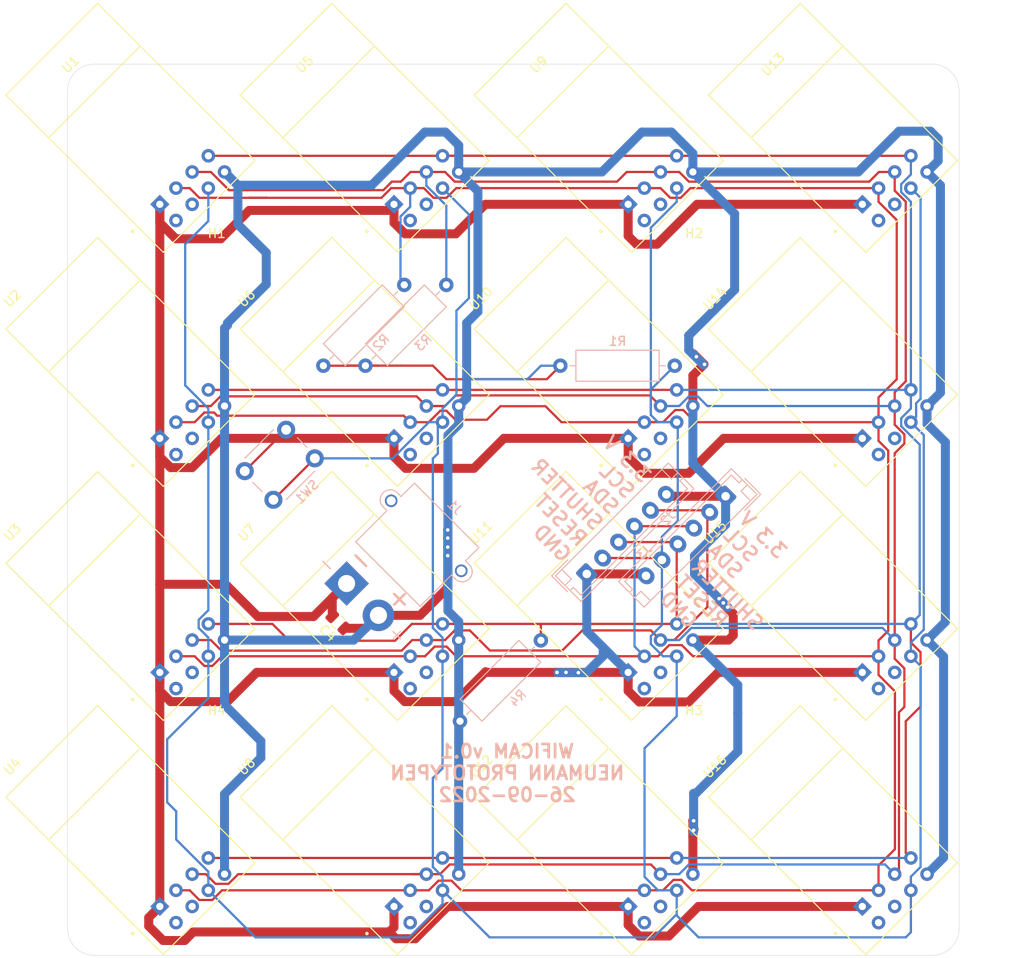
<source format=kicad_pcb>
(kicad_pcb (version 20211014) (generator pcbnew)
  (layers (0 "F.Cu" signal) (31 "B.Cu" signal) (34 "B.Paste" user) (35 "F.Paste" user) (36 "B.SilkS" user "B.Silkscreen") (37 "F.SilkS" user "F.Silkscreen") (38 "B.Mask" user) (39 "F.Mask" user) (44 "Edge.Cuts" user))
  (net 0 "")
  (net 1 "+3V3")
  (net 2 "GND")
  (net 3 "rst")
  (net 4 "sda")
  (net 5 "scl")
  (net 6 "shutter")
  (footprint "KiCad:XCVR_ESP8266-01_ESP-01" (layer "F.Cu") (at 43 106 45)
    (fp_text reference "U3")
    (fp_text value "ESP8266-01_ESP-01")
  )
  (footprint "KiCad:XCVR_ESP8266-01_ESP-01" (layer "F.Cu") (at 121 80 45)
    (fp_text reference "U14")
    (fp_text value "ESP8266-01_ESP-01")
  )
  (footprint "KiCad:XCVR_ESP8266-01_ESP-01" (layer "F.Cu") (at 95 132 45)
    (fp_text reference "U12")
    (fp_text value "ESP8266-01_ESP-01")
  )
  (footprint "KiCad:XCVR_ESP8266-01_ESP-01" (layer "F.Cu") (at 95 80 45)
    (fp_text reference "U10")
    (fp_text value "ESP8266-01_ESP-01")
  )
  (footprint "KiCad:XCVR_ESP8266-01_ESP-01" (layer "F.Cu") (at 121 132 45)
    (fp_text reference "U16")
    (fp_text value "ESP8266-01_ESP-01")
  )
  (footprint "MountingHole:MountingHole_3.2mm_M3" (layer "F.Cu") (at 105.5 70)
    (fp_text reference "H2")
    (fp_text value "MountingHole")
  )
  (footprint "KiCad:XCVR_ESP8266-01_ESP-01" (layer "F.Cu") (at 121 54 45)
    (fp_text reference "U13")
    (fp_text value "ESP8266-01_ESP-01")
  )
  (footprint "KiCad:XCVR_ESP8266-01_ESP-01" (layer "F.Cu") (at 121 106 45)
    (fp_text reference "U15")
    (fp_text value "ESP8266-01_ESP-01")
  )
  (footprint "KiCad:XCVR_ESP8266-01_ESP-01" (layer "F.Cu") (at 43 132 45)
    (fp_text reference "U4")
    (fp_text value "ESP8266-01_ESP-01")
  )
  (footprint "KiCad:XCVR_ESP8266-01_ESP-01" (layer "F.Cu") (at 69 106 45)
    (fp_text reference "U7")
    (fp_text value "ESP8266-01_ESP-01")
  )
  (footprint "MountingHole:MountingHole_3.2mm_M3" (layer "F.Cu") (at 52.5 123)
    (fp_text reference "H4")
    (fp_text value "MountingHole")
  )
  (footprint "KiCad:XCVR_ESP8266-01_ESP-01" (layer "F.Cu") (at 69 80 45)
    (fp_text reference "U6")
    (fp_text value "ESP8266-01_ESP-01")
  )
  (footprint "Capacitor_SMD:C_0805_2012Metric" (layer "F.Cu") (at 66 109 135)
    (fp_text reference "C4")
    (fp_text value "100nF")
  )
  (footprint "KiCad:XCVR_ESP8266-01_ESP-01" (layer "F.Cu") (at 69 54 45)
    (fp_text reference "U5")
    (fp_text value "ESP8266-01_ESP-01")
  )
  (footprint "KiCad:XCVR_ESP8266-01_ESP-01" (layer "F.Cu") (at 43 80 45)
    (fp_text reference "U2")
    (fp_text value "ESP8266-01_ESP-01")
  )
  (footprint "MountingHole:MountingHole_3.2mm_M3" (layer "F.Cu") (at 52.5 70)
    (fp_text reference "H1")
    (fp_text value "MountingHole")
  )
  (footprint "KiCad:XCVR_ESP8266-01_ESP-01" (layer "F.Cu") (at 95 106 45)
    (fp_text reference "U11")
    (fp_text value "ESP8266-01_ESP-01")
  )
  (footprint "KiCad:XCVR_ESP8266-01_ESP-01" (layer "F.Cu") (at 43 54 45)
    (fp_text reference "U1")
    (fp_text value "ESP8266-01_ESP-01")
  )
  (footprint "KiCad:XCVR_ESP8266-01_ESP-01" (layer "F.Cu") (at 95 54 45)
    (fp_text reference "U9")
    (fp_text value "ESP8266-01_ESP-01")
  )
  (footprint "KiCad:XCVR_ESP8266-01_ESP-01" (layer "F.Cu") (at 69 132 45)
    (fp_text reference "U8")
    (fp_text value "ESP8266-01_ESP-01")
  )
  (footprint "MountingHole:MountingHole_3.2mm_M3" (layer "F.Cu") (at 105.5 123)
    (fp_text reference "H3")
    (fp_text value "MountingHole")
  )
  (footprint "Connector_AMASS:AMASS_XT30PW-M_1x02_P2.50mm_Horizontal" (layer "B.Cu") (at 66.919402 104.695064 135)
    (fp_text reference "J1")
    (fp_text value "Conn_01x02_Male")
  )
  (footprint "Button_Switch_THT:SW_PUSH_6mm" (layer "B.Cu") (at 58.792894 95.389088 45)
    (fp_text reference "SW1")
    (fp_text value "SW_Push")
  )
  (footprint "Resistor_THT:R_Axial_DIN0309_L9.0mm_D3.2mm_P12.70mm_Horizontal" (layer "B.Cu") (at 69.009872 80.5 45)
    (fp_text reference "R3")
    (fp_text value "4k7")
  )
  (footprint "Connector_JST:JST_EH_B6B-EH-A_1x06_P2.50mm_Vertical" (layer "B.Cu") (at 93.58543 103.631549 45)
    (fp_text reference "J3")
    (fp_text value "Conn_01x06_Male")
  )
  (footprint "Resistor_THT:R_Axial_DIN0309_L9.0mm_D3.2mm_P12.70mm_Horizontal" (layer "B.Cu") (at 79.509872 119.990128 45)
    (fp_text reference "R4")
    (fp_text value "4k7")
  )
  (footprint "Resistor_THT:R_Axial_DIN0309_L9.0mm_D3.2mm_P12.70mm_Horizontal" (layer "B.Cu") (at 103.35 80.5 180)
    (fp_text reference "R1")
    (fp_text value "1k")
  )
  (footprint "Connector_JST:JST_EH_B6B-EH-A_1x06_P2.50mm_Vertical" (layer "B.Cu") (at 109 95 -135)
    (fp_text reference "J2")
    (fp_text value "Conn_01x06_Male")
  )
  (footprint "Resistor_THT:R_Axial_DIN0309_L9.0mm_D3.2mm_P12.70mm_Horizontal" (layer "B.Cu") (at 64.340128 80.5 45)
    (fp_text reference "R2")
    (fp_text value "4k7")
  )
  (gr_line (start 131.927067 146.000002) (end 38.927065 146.000002) (layer "Edge.Cuts") (width 0.05))
  (gr_line (start 134.927066 50.000001) (end 134.927067 143.000002) (layer "Edge.Cuts") (width 0.05))
  (gr_line (start 35.927065 143.000002) (end 35.927065 50) (layer "Edge.Cuts") (width 0.05))
  (gr_arc (start 134.927067 143.000002) (mid 134.048387 145.121322) (end 131.927067 146.000002) (layer "Edge.Cuts") (width 0.05))
  (gr_line (start 38.927065 47) (end 131.927066 47.000001) (layer "Edge.Cuts") (width 0.05))
  (gr_arc (start 35.927065 50) (mid 36.805745 47.87868) (end 38.927065 47) (layer "Edge.Cuts") (width 0.05))
  (gr_arc (start 131.927066 47.000001) (mid 134.048386 47.878681) (end 134.927066 50.000001) (layer "Edge.Cuts") (width 0.05))
  (gr_arc (start 38.927065 146.000002) (mid 36.805745 145.121322) (end 35.927065 143.000002) (layer "Edge.Cuts") (width 0.05))
  (gr_text "WIFICAM v0.1\nNEUMANN PROTOTYPEN\n26-09-2022\n" (at 84.75 125.75) (layer "B.SilkS") (effects (font (size 1.5 1.5) (thickness 0.3)) (justify mirror)))
  (gr_text "3.3 V\nSCL\nSDA\nSHUTTER\nRESET\nGND" (at 106.4 101.4 315) (layer "B.SilkS") (effects (font (size 1.55 1.55) (thickness 0.275)) (justify right mirror)))
  (gr_text "3.3 V\nSCL\nSDA\nSHUTTER\nRESET\nGND" (at 95.95 97.6 315) (layer "B.SilkS") (effects (font (size 1.55 1.55) (thickness 0.275)) (justify left mirror)))
  (gr_text "+  -" (at 67.519402 100.945064 315) (layer "B.SilkS") (effects (font (size 2.2 2.2) (thickness 0.275)) (justify right mirror)))
  (segment (start 105.75 79.5) (end 105.45 79.2) (width 1) (layer "F.Cu") (net 1))
  (segment (start 105.366185 132.866185) (end 105.366185 131.066185) (width 1) (layer "F.Cu") (net 1))
  (segment (start 89.15 82) (end 78 82) (width 0.25) (layer "F.Cu") (net 1))
  (segment (start 78.15 105.15) (end 78.15 101.6) (width 1) (layer "F.Cu") (net 1))
  (segment (start 108.792714 94.792714) (end 109 95) (width 0.25) (layer "F.Cu") (net 1))
  (segment (start 78.15 99.65) (end 78.15 98.75) (width 1) (layer "F.Cu") (net 1))
  (segment (start 78.15 100.65) (end 78.15 99.65) (width 1) (layer "F.Cu") (net 1))
  (segment (start 78.15 98.75) (end 78.15 98.65) (width 1) (layer "F.Cu") (net 1))
  (segment (start 69.013783 109.671751) (end 70.454936 108.230598) (width 1) (layer "F.Cu") (net 1))
  (segment (start 105.366185 81.583815) (end 106.6 80.35) (width 1) (layer "F.Cu") (net 1))
  (segment (start 109.85 108.05) (end 108.3 106.5) (width 1) (layer "F.Cu") (net 1))
  (segment (start 109.321968 110.978032) (end 109.85 110.45) (width 1) (layer "F.Cu") (net 1))
  (segment (start 109.85 110.45) (end 109.85 108.05) (width 1) (layer "F.Cu") (net 1))
  (segment (start 105.45 79.2) (end 105.4 79.2) (width 1) (layer "F.Cu") (net 1))
  (segment (start 90.65 80.5) (end 89.15 82) (width 0.25) (layer "F.Cu") (net 1))
  (segment (start 105.366185 132.866185) (end 105.366185 132.133815) (width 1) (layer "F.Cu") (net 1))
  (segment (start 105.366185 136.978032) (end 105.366185 132.866185) (width 1) (layer "F.Cu") (net 1))
  (segment (start 78 82) (end 76.490128 80.490128) (width 0.25) (layer "F.Cu") (net 1))
  (segment (start 105.366185 132.133815) (end 105.5 132) (width 1) (layer "F.Cu") (net 1))
  (segment (start 78.15 101.6) (end 78.15 100.65) (width 1) (layer "F.Cu") (net 1))
  (segment (start 106.55 80.3) (end 106.15 79.9) (width 1) (layer "F.Cu") (net 1))
  (segment (start 66.671751 109.671751) (end 69.013783 109.671751) (width 1) (layer "F.Cu") (net 1))
  (segment (start 70.454936 108.230598) (end 75.069402 108.230598) (width 1) (layer "F.Cu") (net 1))
  (segment (start 105.366185 110.978032) (end 109.321968 110.978032) (width 1) (layer "F.Cu") (net 1))
  (segment (start 106.6 80.35) (end 106.55 80.3) (width 1) (layer "F.Cu") (net 1))
  (segment (start 75.069402 108.230598) (end 78.15 105.15) (width 1) (layer "F.Cu") (net 1))
  (segment (start 105.366185 131.066185) (end 105.35 131.05) (width 1) (layer "F.Cu") (net 1))
  (segment (start 76.490128 80.490128) (end 73.009872 80.490128) (width 0.25) (layer "F.Cu") (net 1))
  (segment (start 109 95) (end 102.631551 95) (width 1) (layer "F.Cu") (net 1))
  (segment (start 105.366185 84.978032) (end 105.366185 81.583815) (width 1) (layer "F.Cu") (net 1))
  (segment (start 66.85 80.490128) (end 73.009872 80.490128) (width 0.25) (layer "F.Cu") (net 1))
  (segment (start 102.631551 95) (end 102.424265 94.792714) (width 1) (layer "F.Cu") (net 1))
  (segment (start 106.15 79.9) (end 105.75 79.5) (width 1) (layer "F.Cu") (net 1))
  (segment (start 64.340128 80.5) (end 70.5 80.5) (width 0.25) (layer "F.Cu") (net 1))
  (via (at 109.225 107.325) (size 0.8) (drill 0.4) (layers "F.Cu" "B.Cu") (net 1))
  (via (at 105.75 79.5) (size 0.8) (drill 0.4) (layers "F.Cu" "B.Cu") (net 1))
  (via (at 108.75 106.85) (size 0.8) (drill 0.4) (layers "F.Cu" "B.Cu") (net 1))
  (via (at 78.15 98.75) (size 0.8) (drill 0.4) (layers "F.Cu" "B.Cu") (net 1))
  (via (at 108.275 106.375) (size 0.8) (drill 0.4) (layers "F.Cu" "B.Cu") (net 1))
  (via (at 106.65 80.35) (size 0.8) (drill 0.4) (layers "F.Cu" "B.Cu") (net 1))
  (via (at 105.45 132.1) (size 0.8) (drill 0.4) (layers "F.Cu" "B.Cu") (net 1))
  (via (at 78.15 99.65) (size 0.8) (drill 0.4) (layers "F.Cu" "B.Cu") (net 1))
  (via (at 105.45 131.05) (size 0.8) (drill 0.4) (layers "F.Cu" "B.Cu") (net 1))
  (via (at 78.15 101.6) (size 0.8) (drill 0.4) (layers "F.Cu" "B.Cu") (net 1))
  (via (at 78.15 100.65) (size 0.8) (drill 0.4) (layers "F.Cu" "B.Cu") (net 1))
  (segment (start 105.366185 91.366185) (end 109 95) (width 1) (layer "B.Cu") (net 1))
  (segment (start 53.7 75.75) (end 53.7 76) (width 1) (layer "B.Cu") (net 1))
  (segment (start 53.366185 58.978032) (end 54.85 60.461847) (width 1) (layer "B.Cu") (net 1))
  (segment (start 53.366185 118.166185) (end 53.366185 110.978032) (width 1) (layer "B.Cu") (net 1))
  (segment (start 133.2 112.811847) (end 133.2 135.144217) (width 1) (layer "B.Cu") (net 1))
  (segment (start 79.366185 56.016185) (end 77.9 54.55) (width 1) (layer "B.Cu") (net 1))
  (segment (start 131.366185 84.978032) (end 131.366185 86.966185) (width 1) (layer "B.Cu") (net 1))
  (segment (start 105.366185 56.928113) (end 102.988072 54.55) (width 1) (layer "B.Cu") (net 1))
  (segment (start 105.45 132.1) (end 105.45 132.25) (width 1) (layer "B.Cu") (net 1))
  (segment (start 105.366185 58.978032) (end 123.721968 58.978032) (width 1) (layer "B.Cu") (net 1))
  (segment (start 105.7 128) (end 105.45 128) (width 1) (layer "B.Cu") (net 1))
  (segment (start 57.4 124.05) (end 57.4 122.2) (width 1) (layer "B.Cu") (net 1))
  (segment (start 75.6 54.55) (end 69.700489 60.449511) (width 1) (layer "B.Cu") (net 1))
  (segment (start 108.275 106.375) (end 108.75 106.85) (width 1) (layer "B.Cu") (net 1))
  (segment (start 79.366185 110.978032) (end 79.366185 122.366185) (width 1) (layer "B.Cu") (net 1))
  (segment (start 133.2 135.144217) (end 131.366185 136.978032) (width 1) (layer "B.Cu") (net 1))
  (segment (start 53.7 76) (end 53.366185 76.333815) (width 1) (layer "B.Cu") (net 1))
  (segment (start 80.5 82) (end 80.25 81.75) (width 0.25) (layer "B.Cu") (net 1))
  (segment (start 110.35 123.35) (end 109.3 124.4) (width 1) (layer "B.Cu") (net 1))
  (segment (start 79.366185 84.978032) (end 80.25 84.094217) (width 1) (layer "B.Cu") (net 1))
  (segment (start 79.366185 58.978032) (end 81.5 61.111847) (width 1) (layer "B.Cu") (net 1))
  (segment (start 108.75 106.85) (end 109.225 107.325) (width 1) (layer "B.Cu") (net 1))
  (segment (start 133.4 108.944217) (end 131.366185 110.978032) (width 1) (layer "B.Cu") (net 1))
  (segment (start 54.837664 60.449511) (end 53.366185 58.978032) (width 1) (layer "B.Cu") (net 1))
  (segment (start 58 67.95) (end 58 71.45) (width 1) (layer "B.Cu") (net 1))
  (segment (start 105.45 131.05) (end 105.45 131.75) (width 1) (layer "B.Cu") (net 1))
  (segment (start 78.170542 107.73247) (end 78.170542 88.223594) (width 1) (layer "B.Cu") (net 1))
  (segment (start 80.25 84.094217) (end 80.25 81.75) (width 1) (layer "B.Cu") (net 1))
  (segment (start 104.9 78.75) (end 105.275 79.125) (width 1) (layer "B.Cu") (net 1))
  (segment (start 78.170542 88.223594) (end 79.366185 87.027951) (width 1) (layer "B.Cu") (net 1))
  (segment (start 105.45 131.75) (end 105.45 132.1) (width 1) (layer "B.Cu") (net 1))
  (segment (start 109.225 107.325) (end 109.25 107.35) (width 1) (layer "B.Cu") (net 1))
  (segment (start 81.5 61.111847) (end 81.5 74.5) (width 1) (layer "B.Cu") (net 1))
  (segment (start 53.366185 110.978032) (end 67.707502 110.978032) (width 1) (layer "B.Cu") (net 1))
  (segment (start 132.6 57.744217) (end 131.366185 58.978032) (width 1) (layer "B.Cu") (net 1))
  (segment (start 109 98.15) (end 105.55 101.6) (width 1) (layer "B.Cu") (net 1))
  (segment (start 79.366185 58.978032) (end 79.366185 56.016185) (width 1) (layer "B.Cu") (net 1))
  (segment (start 87 82) (end 80.5 82) (width 0.25) (layer "B.Cu") (net 1))
  (segment (start 53.366185 136.978032) (end 53.366185 128.083815) (width 1) (layer "B.Cu") (net 1))
  (segment (start 105.55 103.65) (end 108.275 106.375) (width 1) (layer "B.Cu") (net 1))
  (segment (start 123.721968 58.978032) (end 128.25 54.45) (width 1) (layer "B.Cu") (net 1))
  (segment (start 54.85 64.8) (end 58 67.95) (width 1) (layer "B.Cu") (net 1))
  (segment (start 128.25 54.45) (end 131.75 54.45) (width 1) (layer "B.Cu") (net 1))
  (segment (start 105.366185 58.978032) (end 105.366185 56.928113) (width 1) (layer "B.Cu") (net 1))
  (segment (start 132.85 83.494217) (end 131.366185 84.978032) (width 1) (layer "B.Cu") (net 1))
  (segment (start 79.366185 87.027951) (end 79.366185 84.978032) (width 1) (layer "B.Cu") (net 1))
  (segment (start 105.366185 110.978032) (end 110.35 115.961847) (width 1) (layer "B.Cu") (net 1))
  (segment (start 131.366185 110.978032) (end 133.2 112.811847) (width 1) (layer "B.Cu") (net 1))
  (segment (start 79.366185 122.366185) (end 79.366185 136.978032) (width 1) (layer "B.Cu") (net 1))
  (segment (start 57.4 122.2) (end 53.366185 118.166185) (width 1) (layer "B.Cu") (net 1))
  (segment (start 81.5 74.5) (end 80.25 75.75) (width 1) (layer "B.Cu") (net 1))
  (segment (start 53.366185 128.083815) (end 57.4 124.05) (width 1) (layer "B.Cu") (net 1))
  (segment (start 105.45 128) (end 105.45 131.05) (width 1) (layer "B.Cu") (net 1))
  (segment (start 110 72.05) (end 104.9 77.15) (width 1) (layer "B.Cu") (net 1))
  (segment (start 53.366185 76.333815) (end 53.366185 84.978032) (width 1) (layer "B.Cu") (net 1))
  (segment (start 105.55 101.6) (end 105.55 103.65) (width 1) (layer "B.Cu") (net 1))
  (segment (start 105.366185 58.978032) (end 110 63.611847) (width 1) (layer "B.Cu") (net 1))
  (segment (start 110.35 115.961847) (end 110.35 119.05) (width 1) (layer "B.Cu") (net 1))
  (segment (start 105.275 79.125) (end 106.55 80.4) (width 1) (layer "B.Cu") (net 1))
  (segment (start 110.35 119.05) (end 110.35 123.35) (width 1) (layer "B.Cu") (net 1))
  (segment (start 110 63.611847) (end 110 72.05) (width 1) (layer "B.Cu") (net 1))
  (segment (start 79.366185 108.928113) (end 78.170542 107.73247) (width 1) (layer "B.Cu") (net 1))
  (segment (start 54.85 60.461847) (end 54.85 64.8) (width 1) (layer "B.Cu") (net 1))
  (segment (start 95.271968 58.978032) (end 99.7 54.55) (width 1) (layer "B.Cu") (net 1))
  (segment (start 88.5 80.5) (end 87 82) (width 0.25) (layer "B.Cu") (net 1))
  (segment (start 79.366185 110.978032) (end 79.366185 108.928113) (width 1) (layer "B.Cu") (net 1))
  (segment (start 80.25 75.75) (end 80.25 81.75) (width 1) (layer "B.Cu") (net 1))
  (segment (start 90.65 80.5) (end 88.5 80.5) (width 0.25) (layer "B.Cu") (net 1))
  (segment (start 109 95) (end 109 98.15) (width 1) (layer "B.Cu") (net 1))
  (segment (start 104.9 77.15) (end 104.9 78.75) (width 1) (layer "B.Cu") (net 1))
  (segment (start 67.707502 110.978032) (end 70.454936 108.230598) (width 1) (layer "B.Cu") (net 1))
  (segment (start 132.6 55.3) (end 132.6 57.744217) (width 1) (layer "B.Cu") (net 1))
  (segment (start 102.988072 54.55) (end 99.7 54.55) (width 1) (layer "B.Cu") (net 1))
  (segment (start 69.700489 60.449511) (end 54.837664 60.449511) (width 1) (layer "B.Cu") (net 1))
  (segment (start 132.85 60.461847) (end 132.85 83.494217) (width 1) (layer "B.Cu") (net 1))
  (segment (start 79.366185 58.978032) (end 95.271968 58.978032) (width 1) (layer "B.Cu") (net 1))
  (segment (start 79.509872 119.990128) (end 79.509872 122.222498) (width 0.25) (layer "B.Cu") (net 1))
  (segment (start 53.366185 84.978032) (end 53.366185 110.978032) (width 1) (layer "B.Cu") (net 1))
  (segment (start 77.9 54.55) (end 75.6 54.55) (width 1) (layer "B.Cu") (net 1))
  (segment (start 131.366185 58.978032) (end 132.85 60.461847) (width 1) (layer "B.Cu") (net 1))
  (segment (start 79.509872 122.222498) (end 79.366185 122.366185) (width 0.25) (layer "B.Cu") (net 1))
  (segment (start 109.3 124.4) (end 105.7 128) (width 1) (layer "B.Cu") (net 1))
  (segment (start 58 71.45) (end 53.7 75.75) (width 1) (layer "B.Cu") (net 1))
  (segment (start 105.366185 84.978032) (end 105.366185 91.366185) (width 1) (layer "B.Cu") (net 1))
  (segment (start 131.75 54.45) (end 132.6 55.3) (width 1) (layer "B.Cu") (net 1))
  (segment (start 133.4 89) (end 133.4 108.944217) (width 1) (layer "B.Cu") (net 1))
  (segment (start 131.366185 86.966185) (end 133.4 89) (width 1) (layer "B.Cu") (net 1))
  (segment (start 73.377624 117.815696) (end 79.034304 117.815696) (width 1) (layer "F.Cu") (net 2))
  (segment (start 72.181981 88.570134) (end 72.181981 90.620053) (width 1) (layer "F.Cu") (net 2))
  (segment (start 98.181981 114.570134) (end 98.181981 116.620053) (width 1) (layer "F.Cu") (net 2))
  (segment (start 66.919402 104.695064) (end 63.257005 108.357461) (width 1) (layer "F.Cu") (net 2))
  (segment (start 56.1 63.25) (end 60.75 63.25) (width 1) (layer "F.Cu") (net 2))
  (segment (start 124.181981 62.570134) (end 105.829866 62.570134) (width 1) (layer "F.Cu") (net 2))
  (segment (start 49.9 143.4) (end 48.95 144.35) (width 1) (layer "F.Cu") (net 2))
  (segment (start 48.95 144.35) (end 46.55 144.35) (width 1) (layer "F.Cu") (net 2))
  (segment (start 82.35 114.5) (end 82.420134 114.570134) (width 1) (layer "F.Cu") (net 2))
  (segment (start 78.129866 140.570134) (end 74.55 144.15) (width 1) (layer "F.Cu") (net 2))
  (segment (start 104.9 117.85) (end 108.179866 114.570134) (width 1) (layer "F.Cu") (net 2))
  (segment (start 65.328249 106.286217) (end 66.919402 104.695064) (width 1) (layer "F.Cu") (net 2))
  (segment (start 53.029866 88.570134) (end 58.929866 88.570134) (width 1) (layer "F.Cu") (net 2))
  (segment (start 98.181981 66.081981) (end 98.181981 62.570134) (width 1) (layer "F.Cu") (net 2))
  (segment (start 46.55 144.35) (end 44.95 142.75) (width 1) (layer "F.Cu") (net 2))
  (segment (start 74.55 144.15) (end 72.4 144.15) (width 1) (layer "F.Cu") (net 2))
  (segment (start 46.181981 114.570134) (end 46.181981 116.620053) (width 1) (layer "F.Cu") (net 2))
  (segment (start 67.25 63.25) (end 71.502115 63.25) (width 1) (layer "F.Cu") (net 2))
  (segment (start 63.257005 108.357461) (end 57.057461 108.357461) (width 1) (layer "F.Cu") (net 2))
  (segment (start 91.279866 114.570134) (end 91.829866 114.570134) (width 1) (layer "F.Cu") (net 2))
  (segment (start 82.420134 114.570134) (end 90.279866 114.570134) (width 1) (layer "F.Cu") (net 2))
  (segment (start 99.953879 103.631549) (end 100.161165 103.838835) (width 1) (layer "F.Cu") (net 2))
  (segment (start 72.181981 114.570134) (end 72.181981 116.620053) (width 1) (layer "F.Cu") (net 2))
  (segment (start 71.65 143.4) (end 49.9 143.4) (width 1) (layer "F.Cu") (net 2))
  (segment (start 98.181981 88.570134) (end 98.181981 90.631981) (width 1) (layer "F.Cu") (net 2))
  (segment (start 71.502115 63.25) (end 72.181981 62.570134) (width 1) (layer "F.Cu") (net 2))
  (segment (start 46.181981 64.620053) (end 47.961928 66.4) (width 1) (layer "F.Cu") (net 2))
  (segment (start 72.181981 64.620053) (end 73.411928 65.85) (width 1) (layer "F.Cu") (net 2))
  (segment (start 79.05 65.85) (end 82.329866 62.570134) (width 1) (layer "F.Cu") (net 2))
  (segment (start 98.181981 142.631981) (end 98.181981 140.570134) (width 1) (layer "F.Cu") (net 2))
  (segment (start 98.181981 140.570134) (end 78.129866 140.570134) (width 1) (layer "F.Cu") (net 2))
  (segment (start 46.181981 62.570134) (end 46.181981 64.620053) (width 1) (layer "F.Cu") (net 2))
  (segment (start 98.181981 116.620053) (end 99.411928 117.85) (width 1) (layer "F.Cu") (net 2))
  (segment (start 59.889087 87.610913) (end 58.929866 88.570134) (width 0.25) (layer "F.Cu") (net 2))
  (segment (start 84.379866 88.570134) (end 98.181981 88.570134) (width 1) (layer "F.Cu") (net 2))
  (segment (start 108.179866 114.570134) (end 124.181981 114.570134) (width 1) (layer "F.Cu") (net 2))
  (segment (start 81.05 91.9) (end 81.475 91.475) (width 1) (layer "F.Cu") (net 2))
  (segment (start 108.779866 88.570134) (end 124.181981 88.570134) (width 1) (layer "F.Cu") (net 2))
  (segment (start 57.057461 108.357461) (end 53.481981 104.781981) (width 1) (layer "F.Cu") (net 2))
  (segment (start 105.979866 140.570134) (end 102.7 143.85) (width 1) (layer "F.Cu") (net 2))
  (segment (start 44.95 141.802115) (end 46.181981 140.570134) (width 1) (layer "F.Cu") (net 2))
  (segment (start 71.65 143.4) (end 72.181981 142.868019) (width 1) (layer "F.Cu") (net 2))
  (segment (start 124.181981 140.570134) (end 105.979866 140.570134) (width 1) (layer "F.Cu") (net 2))
  (segment (start 90.279866 114.570134) (end 90.629866 114.570134) (width 1) (layer "F.Cu") (net 2))
  (segment (start 99.1 67) (end 98.181981 66.081981) (width 1) (layer "F.Cu") (net 2))
  (segment (start 102.7 143.85) (end 99.4 143.85) (width 1) (layer "F.Cu") (net 2))
  (segment (start 79.034304 117.815696) (end 82.35 114.5) (width 1) (layer "F.Cu") (net 2))
  (segment (start 46.181981 140.570134) (end 46.181981 114.570134) (width 1) (layer "F.Cu") (net 2))
  (segment (start 72.181981 116.620053) (end 73.377624 117.815696) (width 1) (layer "F.Cu") (net 2))
  (segment (start 72.181981 142.868019) (end 72.181981 140.570134) (width 1) (layer "F.Cu") (net 2))
  (segment (start 81.475 91.475) (end 84.379866 88.570134) (width 1) (layer "F.Cu") (net 2))
  (segment (start 101.4 67) (end 99.1 67) (width 1) (layer "F.Cu") (net 2))
  (segment (start 46.181981 114.570134) (end 46.181981 104.781981) (width 1) (layer "F.Cu") (net 2))
  (segment (start 91.829866 114.570134) (end 98.181981 114.570134) (width 1) (layer "F.Cu") (net 2))
  (segment (start 60.75 63.25) (end 67.25 63.25) (width 1) (layer "F.Cu") (net 2))
  (segment (start 82.329866 62.570134) (end 98.181981 62.570134) (width 1) (layer "F.Cu") (net 2))
  (segment (start 46.181981 90.620053) (end 47.377624 91.815696) (width 1) (layer "F.Cu") (net 2))
  (segment (start 73.411928 65.85) (end 79.05 65.85) (width 1) (layer "F.Cu") (net 2))
  (segment (start 72.181981 90.620053) (end 73.461928 91.9) (width 1) (layer "F.Cu") (net 2))
  (segment (start 73.461928 91.9) (end 81.05 91.9) (width 1) (layer "F.Cu") (net 2))
  (segment (start 56.929866 114.570134) (end 72.181981 114.570134) (width 1) (layer "F.Cu") (net 2))
  (segment (start 46.181981 116.620053) (end 47.377624 117.815696) (width 1) (layer "F.Cu") (net 2))
  (segment (start 72.181981 62.570134) (end 72.181981 64.620053) (width 1) (layer "F.Cu") (net 2))
  (segment (start 60.207108 87.610913) (end 59.889087 87.610913) (width 0.25) (layer "F.Cu") (net 2))
  (segment (start 53.481981 104.781981) (end 46.181981 104.781981) (width 1) (layer "F.Cu") (net 2))
  (segment (start 46.181981 88.570134) (end 46.181981 90.620053) (width 1) (layer "F.Cu") (net 2))
  (segment (start 104.9 92.45) (end 108.779866 88.570134) (width 1) (layer "F.Cu") (net 2))
  (segment (start 99.4 143.85) (end 98.181981 142.631981) (width 1) (layer "F.Cu") (net 2))
  (segment (start 65.328249 108.328249) (end 65.328249 106.286217) (width 1) (layer "F.Cu") (net 2))
  (segment (start 46.181981 104.781981) (end 46.181981 88.570134) (width 1) (layer "F.Cu") (net 2))
  (segment (start 47.961928 66.4) (end 52.95 66.4) (width 1) (layer "F.Cu") (net 2))
  (segment (start 100 92.45) (end 104.9 92.45) (width 1) (layer "F.Cu") (net 2))
  (segment (start 55.610913 92.207107) (end 60.207108 87.610913) (width 0.25) (layer "F.Cu") (net 2))
  (segment (start 99.411928 117.85) (end 104.9 117.85) (width 1) (layer "F.Cu") (net 2))
  (segment (start 47.377624 117.815696) (end 53.684304 117.815696) (width 1) (layer "F.Cu") (net 2))
  (segment (start 93.58543 103.631549) (end 99.953879 103.631549) (width 1) (layer "F.Cu") (net 2))
  (segment (start 98.181981 90.631981) (end 100 92.45) (width 1) (layer "F.Cu") (net 2))
  (segment (start 49.784304 91.815696) (end 53.029866 88.570134) (width 1) (layer "F.Cu") (net 2))
  (segment (start 105.829866 62.570134) (end 101.4 67) (width 1) (layer "F.Cu") (net 2))
  (segment (start 46.181981 88.570134) (end 46.181981 62.570134) (width 1) (layer "F.Cu") (net 2))
  (segment (start 53.684304 117.815696) (end 56.929866 114.570134) (width 1) (layer "F.Cu") (net 2))
  (segment (start 58.929866 88.570134) (end 72.181981 88.570134) (width 1) (layer "F.Cu") (net 2))
  (segment (start 72.4 144.15) (end 71.65 143.4) (width 1) (layer "F.Cu") (net 2))
  (segment (start 90.629866 114.570134) (end 91.279866 114.570134) (width 1) (layer "F.Cu") (net 2))
  (segment (start 52.95 66.4) (end 56.1 63.25) (width 1) (layer "F.Cu") (net 2))
  (segment (start 44.95 142.75) (end 44.95 141.802115) (width 1) (layer "F.Cu") (net 2))
  (segment (start 47.377624 91.815696) (end 49.784304 91.815696) (width 1) (layer "F.Cu") (net 2))
  (via (at 90.279866 114.570134) (size 0.8) (drill 0.4) (layers "F.Cu" "B.Cu") (net 2))
  (via (at 91.279866 114.570134) (size 0.8) (drill 0.4) (layers "F.Cu" "B.Cu") (net 2))
  (via (at 92.65 114.6) (size 0.8) (drill 0.4) (layers "F.Cu" "B.Cu") (net 2))
  (segment (start 95.405924 111.794076) (end 95.405924 112.744076) (width 1) (layer "B.Cu") (net 2))
  (segment (start 93.55 114.6) (end 92.65 114.6) (width 1) (layer "B.Cu") (net 2))
  (segment (start 93.58543 103.631549) (end 93.58543 109.973583) (width 1) (layer "B.Cu") (net 2))
  (segment (start 95.405924 111.794076) (end 98.181981 114.570134) (width 1) (layer "B.Cu") (net 2))
  (segment (start 92.65 114.6) (end 90.4 114.6) (width 1) (layer "B.Cu") (net 2))
  (segment (start 93.58543 109.973583) (end 95.405924 111.794076) (width 1) (layer "B.Cu") (net 2))
  (segment (start 95.405924 112.744076) (end 93.55 114.6) (width 1) (layer "B.Cu") (net 2))
  (segment (start 58.792894 95.389088) (end 63.389088 90.792894) (width 0.25) (layer "F.Cu") (net 3))
  (segment (start 95.353197 101.863782) (end 101.721646 101.863782) (width 0.25) (layer "F.Cu") (net 3))
  (segment (start 101.721646 101.863782) (end 101.928932 102.071068) (width 0.25) (layer "F.Cu") (net 3))
  (segment (start 77.570134 60.774083) (end 80.5 63.703949) (width 0.25) (layer "B.Cu") (net 3))
  (segment (start 100.699572 65.164234) (end 103.570134 62.293672) (width 0.25) (layer "B.Cu") (net 3))
  (segment (start 100.699572 85.699572) (end 100.699572 65.164234) (width 0.25) (layer "B.Cu") (net 3))
  (segment (start 129.570134 137.254494) (end 130.644645 136.179983) (width 0.25) (layer "B.Cu") (net 3))
  (segment (start 82.796051 144) (end 101 144) (width 0.25) (layer "B.Cu") (net 3))
  (segment (start 100.699572 111.42311) (end 102.050545 112.774083) (width 0.25) (layer "B.Cu") (net 3))
  (segment (start 51.570134 64.429866) (end 49 67) (width 0.25) (layer "B.Cu") (net 3))
  (segment (start 103.35 80.5) (end 100.699572 83.150428) (width 0.25) (layer "B.Cu") (net 3))
  (segment (start 129.570134 112.774083) (end 129.570134 111.254494) (width 0.25) (layer "B.Cu") (net 3))
  (segment (start 73.863806 144) (end 77.570134 140.293672) (width 0.25) (layer "B.Cu") (net 3))
  (segment (start 103.687173 86.891122) (end 103.570134 86.774083) (width 0.25) (layer "B.Cu") (net 3))
  (segment (start 47 122) (end 47 129) (width 0.25) (layer "B.Cu") (net 3))
  (segment (start 77.05 90.256886) (end 77.05 87.294217) (width 0.25) (layer "B.Cu") (net 3))
  (segment (start 129.570134 60.774083) (end 130.644645 61.848594) (width 0.25) (layer "B.Cu") (net 3))
  (segment (start 130.644645 84.175009) (end 130.15 84.669654) (width 0.25) (layer "B.Cu") (net 3))
  (segment (start 103.570134 62.293672) (end 103.570134 60.774083) (width 0.25) (layer "B.Cu") (net 3))
  (segment (start 131 88.203949) (end 129.570134 86.774083) (width 0.25) (layer "B.Cu") (net 3))
  (segment (start 51.570134 60.774083) (end 51.570134 64.429866) (width 0.25) (layer "B.Cu") (net 3))
  (segment (start 51.570134 85.254494) (end 51.570134 86.774083) (width 0.25) (layer "B.Cu") (net 3))
  (segment (start 103.429866 141.570134) (end 103.570134 141.570134) (width 0.25) (layer "B.Cu") (net 3))
  (segment (start 103.570134 141.570134) (end 103.570134 138.774083) (width 0.25) (layer "B.Cu") (net 3))
  (segment (start 100.699572 83.150428) (end 100.699572 85.699572) (width 0.25) (layer "B.Cu") (net 3))
  (segment (start 102.050545 86.774083) (end 103.570134 86.774083) (width 0.25) (layer "B.Cu") (net 3))
  (segment (start 50.495623 109.627059) (end 51.570134 110.70157) (width 0.25) (layer "B.Cu") (net 3))
  (segment (start 50.495623 108.736903) (end 50.495623 109.627059) (width 0.25) (layer "B.Cu") (net 3))
  (segment (start 101 144) (end 103.429866 141.570134) (width 0.25) (layer "B.Cu") (net 3))
  (segment (start 76.050545 86.774083) (end 77.570134 86.774083) (width 0.25) (layer "B.Cu") (net 3))
  (segment (start 101.497621 138.774083) (end 100 137.276462) (width 0.25) (layer "B.Cu") (net 3))
  (segment (start 76.495623 109.627059) (end 76.495623 90.811263) (width 0.25) (layer "B.Cu") (net 3))
  (segment (start 101.928932 102.071068) (end 101.928932 109.303594) (width 0.25) (layer "B.Cu") (net 3))
  (segment (start 51.570134 136.70157) (end 51.570134 138.774083) (width 0.25) (layer "B.Cu") (net 3))
  (segment (start 106 144) (end 103.570134 141.570134) (width 0.25) (layer "B.Cu") (net 3))
  (segment (start 49 67) (end 49 82.68436) (width 0.25) (layer "B.Cu") (net 3))
  (segment (start 63.389088 90.792894) (end 72.031734 90.792894) (width 0.25) (layer "B.Cu") (net 3))
  (segment (start 77.570134 138.774083) (end 82.796051 144) (width 0.25) (layer "B.Cu") (net 3))
  (segment (start 77.570134 125.229866) (end 76.495623 126.304377) (width 0.25) (layer "B.Cu") (net 3))
  (segment (start 76.495623 90.811263) (end 77.05 90.256886) (width 0.25) (layer "B.Cu") (net 3))
  (segment (start 77.570134 85.254494) (end 77.570134 86.774083) (width 0.25) (layer "B.Cu") (net 3))
  (segment (start 49 82.68436) (end 51.570134 85.254494) (width 0.25) (layer "B.Cu") (net 3))
  (segment (start 72.031734 90.792894) (end 76.050545 86.774083) (width 0.25) (layer "B.Cu") (net 3))
  (segment (start 56.796051 144) (end 73.863806 144) (width 0.25) (layer "B.Cu") (net 3))
  (segment (start 80.5 63.703949) (end 80.5 73) (width 0.25) (layer "B.Cu") (net 3))
  (segment (start 130.15 84.669654) (end 130.15 86.194217) (width 0.25) (layer "B.Cu") (net 3))
  (segment (start 101.497621 86.774083) (end 100.699572 85.976034) (width 0.25) (layer "B.Cu") (net 3))
  (segment (start 79.114639 83.709989) (end 77.570134 85.254494) (width 0.25) (layer "B.Cu") (net 3))
  (segment (start 77.570134 112.774083) (end 77.570134 125.229866) (width 0.25) (layer "B.Cu") (net 3))
  (segment (start 48 130) (end 48 133.131436) (width 0.25) (layer "B.Cu") (net 3))
  (segment (start 101.928932 99.493937) (end 103.687173 97.735696) (width 0.25) (layer "B.Cu") (net 3))
  (segment (start 77.570134 140.293672) (end 77.570134 138.774083) (width 0.25) (layer "B.Cu") (net 3))
  (segment (start 48 133.131436) (end 51.570134 136.70157) (width 0.25) (layer "B.Cu") (net 3))
  (segment (start 51.570134 112.774083) (end 51.570134 117.429866) (width 0.25) (layer "B.Cu") (net 3))
  (segment (start 103.687173 97.735696) (end 103.687173 86.891122) (width 0.25) (layer "B.Cu") (net 3))
  (segment (start 129.570134 111.254494) (end 131 109.824628) (width 0.25) (layer "B.Cu") (net 3))
  (segment (start 100.699572 85.976034) (end 100.699572 85.699572) (width 0.25) (layer "B.Cu") (net 3))
  (segment (start 101.928932 102.071068) (end 101.928932 99.493937) (width 0.25) (layer "B.Cu") (net 3))
  (segment (start 103.570134 138.774083) (end 101.497621 138.774083) (width 0.25) (layer "B.Cu") (net 3))
  (segment (start 129.570134 138.774083) (end 129.570134 143.429866) (width 0.25) (layer "B.Cu") (net 3))
  (segment (start 47 129) (end 48 130) (width 0.25) (layer "B.Cu") (net 3))
  (segment (start 51.570134 107.662392) (end 50.495623 108.736903) (width 0.25) (layer "B.Cu") (net 3))
  (segment (start 51.570134 138.774083) (end 56.796051 144) (width 0.25) (layer "B.Cu") (net 3))
  (segment (start 129 144) (end 106 144) (width 0.25) (layer "B.Cu") (net 3))
  (segment (start 79.114639 74.385361) (end 79.114639 83.709989) (width 0.25) (layer "B.Cu") (net 3))
  (segment (start 77.570134 112.774083) (end 77.570134 110.70157) (width 0.25) (layer "B.Cu") (net 3))
  (segment (start 103.570134 86.774083) (end 101.497621 86.774083) (width 0.25) (layer "B.Cu") (net 3))
  (segment (start 130.644645 136.179983) (end 130.644645 113.848594) (width 0.25) (layer "B.Cu") (net 3))
  (segment (start 76.495623 136.179983) (end 77.570134 137.254494) (width 0.25) (layer "B.Cu") (net 3))
  (segment (start 51.570134 117.429866) (end 47 122) (width 0.25) (layer "B.Cu") (net 3))
  (segment (start 77.570134 110.70157) (end 76.495623 109.627059) (width 0.25) (layer "B.Cu") (net 3))
  (segment (start 129.570134 138.774083) (end 129.570134 137.254494) (width 0.25) (layer "B.Cu") (net 3))
  (segment (start 51.570134 110.70157) (end 51.570134 112.774083) (width 0.25) (layer "B.Cu") (net 3))
  (segment (start 80.5 73) (end 79.114639 74.385361) (width 0.25) (layer "B.Cu") (net 3))
  (segment (start 100 123) (end 103.570134 119.429866) (width 0.25) (layer "B.Cu") (net 3))
  (segment (start 100 137.276462) (end 100 123) (width 0.25) (layer "B.Cu") (net 3))
  (segment (start 102.050545 112.774083) (end 103.570134 112.774083) (width 0.25) (layer "B.Cu") (net 3))
  (segment (start 131 109.824628) (end 131 88.203949) (width 0.25) (layer "B.Cu") (net 3))
  (segment (start 77.570134 137.254494) (end 77.570134 138.774083) (width 0.25) (layer "B.Cu") (net 3))
  (segment (start 100.699572 110.532954) (end 100.699572 111.42311) (width 0.25) (layer "B.Cu") (net 3))
  (segment (start 129.570134 143.429866) (end 129 144) (width 0.25) (layer "B.Cu") (net 3))
  (segment (start 103.570134 119.429866) (end 103.570134 112.774083) (width 0.25) (layer "B.Cu") (net 3))
  (segment (start 101.928932 109.303594) (end 100.699572 110.532954) (width 0.25) (layer "B.Cu") (net 3))
  (segment (start 77.05 87.294217) (end 77.570134 86.774083) (width 0.25) (layer "B.Cu") (net 3))
  (segment (start 130.644645 61.848594) (end 130.644645 84.175009) (width 0.25) (layer "B.Cu") (net 3))
  (segment (start 51.570134 86.774083) (end 51.570134 107.662392) (width 0.25) (layer "B.Cu") (net 3))
  (segment (start 76.495623 126.304377) (end 76.495623 136.179983) (width 0.25) (layer "B.Cu") (net 3))
  (segment (start 130.15 86.194217) (end 129.570134 86.774083) (width 0.25) (layer "B.Cu") (net 3))
  (segment (start 130.644645 113.848594) (end 129.570134 112.774083) (width 0.25) (layer "B.Cu") (net 3))
  (segment (start 73.978032 112.774083) (end 53.089723 112.774083) (width 0.25) (layer "F.Cu") (net 4))
  (segment (start 76.050545 138.774083) (end 77.125056 137.699572) (width 0.25) (layer "F.Cu") (net 4))
  (segment (start 99.978032 86.774083) (end 102.050545 86.774083) (width 0.25) (layer "F.Cu") (net 4))
  (segment (start 77.125056 137.699572) (end 78.568136 137.699572) (width 0.25) (layer "F.Cu") (net 4))
  (segment (start 49.497621 138.774083) (end 47.978032 138.774083) (width 0.25) (layer "F.Cu") (net 4))
  (segment (start 99.978032 138.774083) (end 102.050545 138.774083) (width 0.25) (layer "F.Cu") (net 4))
  (segment (start 70.787123 61.848594) (end 56.151406 61.848594) (width 0.25) (layer "F.Cu") (net 4))
  (segment (start 75.497621 60.774083) (end 73.978032 60.774083) (width 0.25) (layer "F.Cu") (net 4))
  (segment (start 79.642647 138.774083) (end 99.978032 138.774083) (width 0.25) (layer "F.Cu") (net 4))
  (segment (start 99.978032 112.774083) (end 79.089723 112.774083) (width 0.25) (layer "F.Cu") (net 4))
  (segment (start 127.798404 116.666968) (end 127.798404 134.201596) (width 0.25) (layer "F.Cu") (net 4))
  (segment (start 79 86.5) (end 82.5 86.5) (width 0.25) (layer "F.Cu") (net 4))
  (segment (start 50.050545 86.774083) (end 51.125056 85.699572) (width 0.25) (layer "F.Cu") (net 4))
  (segment (start 79.089723 112.774083) (end 78.015212 111.699572) (width 0.25) (layer "F.Cu") (net 4))
  (segment (start 57.976406 61.848594) (end 58 61.825) (width 0.25) (layer "F.Cu") (net 4))
  (segment (start 73.978032 138.774083) (end 76.050545 138.774083) (width 0.25) (layer "F.Cu") (net 4))
  (segment (start 73.978032 60.774083) (end 71.861635 60.774083) (width 0.25) (layer "F.Cu") (net 4))
  (segment (start 101.497621 112.774083) (end 102.730986 111.540718) (width 0.25) (layer "F.Cu") (net 4))
  (segment (start 73.978032 138.774083) (end 53.089723 138.774083) (width 0.25) (layer "F.Cu") (net 4))
  (segment (start 76.572132 61.848594) (end 75.497621 60.774083) (width 0.25) (layer "F.Cu") (net 4))
  (segment (start 125.978032 114.846596) (end 127.798404 116.666968) (width 0.25) (layer "F.Cu") (net 4))
  (segment (start 78 85.5) (end 79 86.5) (width 0.25) (layer "F.Cu") (net 4))
  (segment (start 76.698594 111.699572) (end 75.624083 112.774083) (width 0.25) (layer "F.Cu") (net 4))
  (segment (start 78.568136 137.699572) (end 79.642647 138.774083) (width 0.25) (layer "F.Cu") (net 4))
  (segment (start 125.978032 112.774083) (end 125.978032 114.846596) (width 0.25) (layer "F.Cu") (net 4))
  (segment (start 104.015212 61.848594) (end 102.848594 61.848594) (width 0.25) (layer "F.Cu") (net 4))
  (segment (start 52.015212 139.848594) (end 50.572132 139.848594) (width 0.25) (layer "F.Cu") (net 4))
  (segment (start 125.978032 88.846596) (end 127.052543 89.921107) (width 0.25) (layer "F.Cu") (net 4))
  (segment (start 101.774083 86.774083) (end 99.978032 86.774083) (width 0.25) (layer "F.Cu") (net 4))
  (segment (start 103.401518 85.42311) (end 104.291674 85.42311) (width 0.25) (layer "F.Cu") (net 4))
  (segment (start 73.256492 86.052543) (end 73.978032 86.774083) (width 0.25) (layer "F.Cu") (net 4))
  (segment (start 103.20891 137.615718) (end 104.099066 137.615718) (width 0.25) (layer "F.Cu") (net 4))
  (segment (start 75.624083 112.774083) (end 73.978032 112.774083) (width 0.25) (layer "F.Cu") (net 4))
  (segment (start 125.978032 112.774083) (end 105.374083 112.774083) (width 0.25) (layer "F.Cu") (net 4))
  (segment (start 104.099066 137.615718) (end 105.257431 138.774083) (width 0.25) (layer "F.Cu") (net 4))
  (segment (start 127.052543 109.947457) (end 125.978032 111.021968) (width 0.25) (layer "F.Cu") (net 4))
  (segment (start 50.572132 139.848594) (end 49.497621 138.774083) (width 0.25) (layer "F.Cu") (net 4))
  (segment (start 51.125056 85.699572) (end 52.199572 85.699572) (width 0.25) (layer "F.Cu") (net 4))
  (segment (start 47.978032 86.774083) (end 50.050545 86.774083) (width 0.25) (layer "F.Cu") (net 4))
  (segment (start 128 82) (end 125.978032 84.021968) (width 0.25) (layer "F.Cu") (net 4))
  (segment (start 50.050545 112.774083) (end 47.978032 112.774083) (width 0.25) (layer "F.Cu") (net 4))
  (segment (start 125.978032 86.774083) (end 125.978032 88.846596) (width 0.25) (layer "F.Cu") (net 4))
  (segment (start 125.978032 111.021968) (end 125.978032 112.774083) (width 0.25) (layer "F.Cu") (net 4))
  (segment (start 79.089723 60.774083) (end 78.015212 61.848594) (width 0.25) (layer "F.Cu") (net 4))
  (segment (start 105.25718 98.328248) (end 105.464466 98.535534) (width 0.25) (layer "F.Cu") (net 4))
  (segment (start 102.848594 61.848594) (end 101.774083 60.774083) (width 0.25) (layer "F.Cu") (net 4))
  (segment (start 104.291674 85.42311) (end 105.642647 86.774083) (width 0.25) (layer "F.Cu") (net 4))
  (segment (start 53.089723 112.774083) (end 52.015212 113.848594) (width 0.25) (layer "F.Cu") (net 4))
  (segment (start 51.125056 113.848594) (end 50.050545 112.774083) (width 0.25) (layer "F.Cu") (net 4))
  (segment (start 84 85) (end 89 85) (width 0.25) (layer "F.Cu") (net 4))
  (segment (start 73.978032 86.774083) (end 76.050545 86.774083) (width 0.25) (layer "F.Cu") (net 4))
  (segment (start 99.978032 60.774083) (end 79.089723 60.774083) (width 0.25) (layer "F.Cu") (net 4))
  (segment (start 104.140718 111.540718) (end 105.374083 112.774083) (width 0.25) (layer "F.Cu") (net 4))
  (segment (start 50.572132 61.848594) (end 49.497621 60.774083) (width 0.25) (layer "F.Cu") (net 4))
  (segment (start 102.050545 138.774083) (end 103.20891 137.615718) (width 0.25) (layer "F.Cu") (net 4))
  (segment (start 128 64.31564) (end 128 82) (width 0.25) (layer "F.Cu") (net 4))
  (segment (start 125.978032 60.774083) (end 125.978032 62.293672) (width 0.25) (layer "F.Cu") (net 4))
  (segment (start 78.015212 111.699572) (end 76.698594 111.699572) (width 0.25) (layer "F.Cu") (net 4))
  (segment (start 77.324628 85.5) (end 78 85.5) (width 0.25) (layer "F.Cu") (net 4))
  (segment (start 125.978032 62.293672) (end 128 64.31564) (width 0.25) (layer "F.Cu") (net 4))
  (segment (start 127.798404 134.201596) (end 125.978032 136.021968) (width 0.25) (layer "F.Cu") (net 4))
  (segment (start 125.978032 84.021968) (end 125.978032 86.774083) (width 0.25) (layer "F.Cu") (net 4))
  (segment (start 82.5 86.5) (end 84 85) (width 0.25) (layer "F.Cu") (net 4))
  (segment (start 102.050545 86.774083) (end 103.401518 85.42311) (width 0.25) (layer "F.Cu") (net 4))
  (segment (start 89 85) (end 90.774083 86.774083) (width 0.25) (layer "F.Cu") (net 4))
  (segment (start 90.774083 86.774083) (end 99.978032 86.774083) (width 0.25) (layer "F.Cu") (net 4))
  (segment (start 99.978032 112.774083) (end 101.497621 112.774083) (width 0.25) (layer "F.Cu") (net 4))
  (segment (start 101.774083 60.774083) (end 99.978032 60.774083) (width 0.25) (layer "F.Cu") (net 4))
  (segment (start 105.089723 60.774083) (end 104.015212 61.848594) (width 0.25) (layer "F.Cu") (net 4))
  (segment (start 49.497621 60.774083) (end 47.978032 60.774083) (width 0.25) (layer "F.Cu") (net 4))
  (segment (start 125.978032 136.021968) (end 125.978032 138.774083) (width 0.25) (layer "F.Cu") (net 4))
  (segment (start 78.015212 61.848594) (end 76.572132 61.848594) (width 0.25) (layer "F.Cu") (net 4))
  (segment (start 56.151406 61.848594) (end 50.572132 61.848594) (width 0.25) (layer "F.Cu") (net 4))
  (segment (start 76.050545 86.774083) (end 77.324628 85.5) (width 0.25) (layer "F.Cu") (net 4))
  (segment (start 71.861635 60.774083) (end 70.787123 61.848594) (width 0.25) (layer "F.Cu") (net 4))
  (segment (start 56.151406 61.848594) (end 57.976406 61.848594) (width 0.25) (layer "F.Cu") (net 4))
  (segment (start 102.730986 111.540718) (end 104.140718 111.540718) (width 0.25) (layer "F.Cu") (net 4))
  (segment (start 105.642647 86.774083) (end 125.978032 86.774083) (width 0.25) (layer "F.Cu") (net 4))
  (segment (start 127.052543 89.921107) (end 127.052543 109.947457) (width 0.25) (layer "F.Cu") (net 4))
  (segment (start 52.552543 86.052543) (end 73.256492 86.052543) (width 0.25) (layer "F.Cu") (net 4))
  (segment (start 98.888731 98.328248) (end 105.25718 98.328248) (width 0.25) (layer "F.Cu") (net 4))
  (segment (start 125.978032 60.774083) (end 105.089723 60.774083) (width 0.25) (layer "F.Cu") (net 4))
  (segment (start 105.257431 138.774083) (end 125.978032 138.774083) (width 0.25) (layer "F.Cu") (net 4))
  (segment (start 52.199572 85.699572) (end 52.552543 86.052543) (width 0.25) (layer "F.Cu") (net 4))
  (segment (start 52.015212 113.848594) (end 51.125056 113.848594) (width 0.25) (layer "F.Cu") (net 4))
  (segment (start 53.089723 138.774083) (end 52.015212 139.848594) (width 0.25) (layer "F.Cu") (net 4))
  (segment (start 98.888731 111.684782) (end 98.888731 98.328248) (width 0.25) (layer "B.Cu") (net 4))
  (segment (start 73.978032 62.846596) (end 72.903521 63.921107) (width 0.25) (layer "B.Cu") (net 4))
  (segment (start 72.903521 63.921107) (end 72.903521 71.102881) (width 0.25) (layer "B.Cu") (net 4))
  (segment (start 72.903521 71.102881) (end 73.320384 71.519744) (width 0.25) (layer "B.Cu") (net 4))
  (segment (start 99.978032 112.774083) (end 98.888731 111.684782) (width 0.25) (layer "B.Cu") (net 4))
  (segment (start 73.978032 60.774083) (end 73.978032 62.846596) (width 0.25) (layer "B.Cu") (net 4))
  (segment (start 127.774083 113.050545) (end 128.848594 114.125056) (width 0.25) (layer "F.Cu") (net 5))
  (segment (start 71 61) (end 71.947457 60.052543) (width 0.25) (layer "F.Cu") (net 5))
  (segment (start 49.774083 110.978032) (end 51.846596 110.978032) (width 0.25) (layer "F.Cu") (net 5))
  (segment (start 128.848594 89.151406) (end 128.848594 88.125056) (width 0.25) (layer "F.Cu") (net 5))
  (segment (start 90.865617 112.134383) (end 93.096479 109.903521) (width 0.25) (layer "F.Cu") (net 5))
  (segment (start 77.846596 58.978032) (end 78.921107 60.052543) (width 0.25) (layer "F.Cu") (net 5))
  (segment (start 77.293672 136.978032) (end 75.774083 136.978032) (width 0.25) (layer "F.Cu") (net 5))
  (segment (start 51.293672 136.978032) (end 49.774083 136.978032) (width 0.25) (layer "F.Cu") (net 5))
  (segment (start 127.774083 83.458443) (end 127.774083 84.978032) (width 0.25) (layer "F.Cu") (net 5))
  (segment (start 79.024628 83.8) (end 100.596051 83.8) (width 0.25) (layer "F.Cu") (net 5))
  (segment (start 53.811263 138.052543) (end 52.368183 138.052543) (width 0.25) (layer "F.Cu") (net 5))
  (segment (start 77.846596 110.978032) (end 78.921107 109.903521) (width 0.25) (layer "F.Cu") (net 5))
  (segment (start 103.293672 110.978032) (end 106.973261 107.298443) (width 0.25) (layer "F.Cu") (net 5))
  (segment (start 128.247924 136.504191) (end 127.774083 136.978032) (width 0.25) (layer "F.Cu") (net 5))
  (segment (start 127.774083 61.050545) (end 129 62.276462) (width 0.25) (layer "F.Cu") (net 5))
  (segment (start 78.921107 60.052543) (end 96.947457 60.052543) (width 0.25) (layer "F.Cu") (net 5))
  (segment (start 75.774083 136.978032) (end 54.885774 136.978032) (width 0.25) (layer "F.Cu") (net 5))
  (segment (start 127.774083 58.978032) (end 127.774083 61.050545) (width 0.25) (layer "F.Cu") (net 5))
  (segment (start 93.096479 109.903521) (end 100.699572 109.903521) (width 0.25) (layer "F.Cu") (net 5))
  (segment (start 107.024947 96.560481) (end 107.232233 96.767767) (width 0.25) (layer "F.Cu") (net 5))
  (segment (start 52.921107 83.903521) (end 74.699572 83.903521) (width 0.25) (layer "F.Cu") (net 5))
  (segment (start 80.596479 109.903521) (end 82.827341 112.134383) (width 0.25) (layer "F.Cu") (net 5))
  (segment (start 56 61) (end 71 61) (width 0.25) (layer "F.Cu") (net 5))
  (segment (start 128.848594 114.125056) (end 128.848594 118.39933) (width 0.25) (layer "F.Cu") (net 5))
  (segment (start 51.846596 84.978032) (end 52.921107 83.903521) (width 0.25) (layer "F.Cu") (net 5))
  (segment (start 101.774083 136.978032) (end 100.699572 135.903521) (width 0.25) (layer "F.Cu") (net 5))
  (segment (start 54.885774 136.978032) (end 53.811263 138.052543) (width 0.25) (layer "F.Cu") (net 5))
  (segment (start 128.247924 119) (end 128.247924 136.504191) (width 0.25) (layer "F.Cu") (net 5))
  (segment (start 129 82.232526) (end 127.774083 83.458443) (width 0.25) (layer "F.Cu") (net 5))
  (segment (start 128.848594 118.39933) (end 128.247924 119) (width 0.25) (layer "F.Cu") (net 5))
  (segment (start 101.774083 110.978032) (end 103.293672 110.978032) (width 0.25) (layer "F.Cu") (net 5))
  (segment (start 106.973261 97.026739) (end 107.232233 96.767767) (width 0.25) (layer "F.Cu") (net 5))
  (segment (start 128.848594 88.125056) (end 127.774083 87.050545) (width 0.25) (layer "F.Cu") (net 5))
  (segment (start 100.699572 109.903521) (end 101.774083 110.978032) (width 0.25) (layer "F.Cu") (net 5))
  (segment (start 100.699572 135.903521) (end 78.368183 135.903521) (width 0.25) (layer "F.Cu") (net 5))
  (segment (start 75.774083 110.978032) (end 77.846596 110.978032) (width 0.25) (layer "F.Cu") (net 5))
  (segment (start 71.947457 60.052543) (end 72.947457 60.052543) (width 0.25) (layer "F.Cu") (net 5))
  (segment (start 100.596051 83.8) (end 101.774083 84.978032) (width 0.25) (layer "F.Cu") (net 5))
  (segment (start 106.973261 107.298443) (end 106.973261 97.026739) (width 0.25) (layer "F.Cu") (net 5))
  (segment (start 52.368183 138.052543) (end 51.293672 136.978032) (width 0.25) (layer "F.Cu") (net 5))
  (segment (start 74.699572 83.903521) (end 75.774083 84.978032) (width 0.25) (layer "F.Cu") (net 5))
  (segment (start 73.02987 112.15) (end 74.201838 110.978032) (width 0.25) (layer "F.Cu") (net 5))
  (segment (start 51.846596 110.978032) (end 53.018564 112.15) (width 0.25) (layer "F.Cu") (net 5))
  (segment (start 78.921107 109.903521) (end 80.596479 109.903521) (width 0.25) (layer "F.Cu") (net 5))
  (segment (start 75.774083 58.978032) (end 77.846596 58.978032) (width 0.25) (layer "F.Cu") (net 5))
  (segment (start 75.774083 136.978032) (end 74.254494 136.978032) (width 0.25) (layer "F.Cu") (net 5))
  (segment (start 124.947457 60.052543) (end 126.021968 58.978032) (width 0.25) (layer "F.Cu") (net 5))
  (segment (start 98.021968 58.978032) (end 101.774083 58.978032) (width 0.25) (layer "F.Cu") (net 5))
  (segment (start 53.018564 112.15) (end 73.02987 112.15) (width 0.25) (layer "F.Cu") (net 5))
  (segment (start 75.774083 84.978032) (end 77.846596 84.978032) (width 0.25) (layer "F.Cu") (net 5))
  (segment (start 77.846596 84.978032) (end 79.024628 83.8) (width 0.25) (layer "F.Cu") (net 5))
  (segment (start 103.846596 58.978032) (end 104.921107 60.052543) (width 0.25) (layer "F.Cu") (net 5))
  (segment (start 127.774083 90.225917) (end 128.848594 89.151406) (width 0.25) (layer "F.Cu") (net 5))
  (segment (start 96.947457 60.052543) (end 98.021968 58.978032) (width 0.25) (layer "F.Cu") (net 5))
  (segment (start 74.021968 58.978032) (end 75.774083 58.978032) (width 0.25) (layer "F.Cu") (net 5))
  (segment (start 126.021968 58.978032) (end 127.774083 58.978032) (width 0.25) (layer "F.Cu") (net 5))
  (segment (start 104.921107 60.052543) (end 124.947457 60.052543) (width 0.25) (layer "F.Cu") (net 5))
  (segment (start 129 62.276462) (end 129 82.232526) (width 0.25) (layer "F.Cu") (net 5))
  (segment (start 100.656498 96.560481) (end 107.024947 96.560481) (width 0.25) (layer "F.Cu") (net 5))
  (segment (start 49.774083 84.978032) (end 51.846596 84.978032) (width 0.25) (layer "F.Cu") (net 5))
  (segment (start 49.774083 58.978032) (end 51.846596 58.978032) (width 0.25) (layer "F.Cu") (net 5))
  (segment (start 78.368183 135.903521) (end 77.293672 136.978032) (width 0.25) (layer "F.Cu") (net 5))
  (segment (start 51.846596 58.978032) (end 53.868564 61) (width 0.25) (layer "F.Cu") (net 5))
  (segment (start 72.947457 60.052543) (end 74.021968 58.978032) (width 0.25) (layer "F.Cu") (net 5))
  (segment (start 127.774083 87.050545) (end 127.774083 84.978032) (width 0.25) (layer "F.Cu") (net 5))
  (segment (start 127.774083 110.978032) (end 127.774083 113.050545) (width 0.25) (layer "F.Cu") (net 5))
  (segment (start 101.774083 58.978032) (end 103.846596 58.978032) (width 0.25) (layer "F.Cu") (net 5))
  (segment (start 127.774083 110.978032) (end 127.774083 90.225917) (width 0.25) (layer "F.Cu") (net 5))
  (segment (start 53.868564 61) (end 56 61) (width 0.25) (layer "F.Cu") (net 5))
  (segment (start 82.827341 112.134383) (end 90.865617 112.134383) (width 0.25) (layer "F.Cu") (net 5))
  (segment (start 74.201838 110.978032) (end 75.774083 110.978032) (width 0.25) (layer "F.Cu") (net 5))
  (segment (start 101.774083 110.978032) (end 103.293672 110.978032) (width 0.25) (layer "B.Cu") (net 5))
  (segment (start 127.774083 84.978032) (end 107.021968 84.978032) (width 0.25) (layer "B.Cu") (net 5))
  (segment (start 75.774083 60.497621) (end 75.774083 58.978032) (width 0.25) (layer "B.Cu") (net 5))
  (segment (start 105.193127 109.631501) (end 126.427552 109.631501) (width 0.25) (layer "B.Cu") (net 5))
  (segment (start 103.846596 110.978032) (end 105.193127 109.631501) (width 0.25) (layer "B.Cu") (net 5))
  (segment (start 107.021968 84.978032) (end 107 85) (width 0.25) (layer "B.Cu") (net 5))
  (segment (start 101.774083 110.978032) (end 103.846596 110.978032) (width 0.25) (layer "B.Cu") (net 5))
  (segment (start 104.921107 135.903521) (end 126.699572 135.903521) (width 0.25) (layer "B.Cu") (net 5))
  (segment (start 107 85) (end 105.903521 83.903521) (width 0.25) (layer "B.Cu") (net 5))
  (segment (start 104.921107 83.903521) (end 103.846596 84.978032) (width 0.25) (layer "B.Cu") (net 5))
  (segment (start 126.699572 135.903521) (end 127.774083 136.978032) (width 0.25) (layer "B.Cu") (net 5))
  (segment (start 77.990128 71.519744) (end 77.990128 62.713666) (width 0.25) (layer "B.Cu") (net 5))
  (segment (start 126.427552 109.631501) (end 127.774083 110.978032) (width 0.25) (layer "B.Cu") (net 5))
  (segment (start 101.774083 136.978032) (end 103.846596 136.978032) (width 0.25) (layer "B.Cu") (net 5))
  (segment (start 103.846596 84.978032) (end 101.774083 84.978032) (width 0.25) (layer "B.Cu") (net 5))
  (segment (start 77.990128 62.713666) (end 75.774083 60.497621) (width 0.25) (layer "B.Cu") (net 5))
  (segment (start 105.903521 83.903521) (end 104.921107 83.903521) (width 0.25) (layer "B.Cu") (net 5))
  (segment (start 103.846596 136.978032) (end 104.921107 135.903521) (width 0.25) (layer "B.Cu") (net 5))
  (segment (start 51.570134 135.181981) (end 77.570134 135.181981) (width 0.25) (layer "F.Cu") (net 6))
  (segment (start 129.570134 57.181981) (end 103.570134 57.181981) (width 0.25) (layer "F.Cu") (net 6))
  (segment (start 130.644645 112.329005) (end 130.644645 118.355355) (width 0.25) (layer "F.Cu") (net 6))
  (segment (start 72.3 111.05) (end 60.55 111.05) (width 0.25) (layer "F.Cu") (net 6))
  (segment (start 129 134.611847) (end 129.570134 135.181981) (width 0.25) (layer "F.Cu") (net 6))
  (segment (start 88.490128 109.35409) (end 88.318019 109.181981) (width 0.25) (layer "F.Cu") (net 6))
  (segment (start 103.570134 100.429866) (end 103.696699 100.303301) (width 0.25) (layer "F.Cu") (net 6))
  (segment (start 88.318019 109.181981) (end 77.570134 109.181981) (width 0.25) (layer "F.Cu") (net 6))
  (segment (start 129.570134 109.181981) (end 129.570134 111.254494) (width 0.25) (layer "F.Cu") (net 6))
  (segment (start 77.570134 83.181981) (end 103.570134 83.181981) (width 0.25) (layer "F.Cu") (net 6))
  (segment (start 103.570134 109.181981) (end 92.318019 109.181981) (width 0.25) (layer "F.Cu") (net 6))
  (segment (start 51.570134 109.181981) (end 58.681981 109.181981) (width 0.25) (layer "F.Cu") (net 6))
  (segment (start 92.318019 109.181981) (end 88.318019 109.181981) (width 0.25) (layer "F.Cu") (net 6))
  (segment (start 77.570134 57.181981) (end 81.818019 57.181981) (width 0.25) (layer "F.Cu") (net 6))
  (segment (start 129 120) (end 129 134.611847) (width 0.25) (layer "F.Cu") (net 6))
  (segment (start 103.570134 109.181981) (end 103.570134 100.429866) (width 0.25) (layer "F.Cu") (net 6))
  (segment (start 103.570134 57.181981) (end 77.570134 57.181981) (width 0.25) (layer "F.Cu") (net 6))
  (segment (start 129.570134 111.254494) (end 130.644645 112.329005) (width 0.25) (layer "F.Cu") (net 6))
  (segment (start 77.570134 109.181981) (end 74.168019 109.181981) (width 0.25) (layer "F.Cu") (net 6))
  (segment (start 130.644645 118.355355) (end 129 120) (width 0.25) (layer "F.Cu") (net 6))
  (segment (start 51.570134 57.181981) (end 77.570134 57.181981) (width 0.25) (layer "F.Cu") (net 6))
  (segment (start 77.570134 83.181981) (end 51.570134 83.181981) (width 0.25) (layer "F.Cu") (net 6))
  (segment (start 74.168019 109.181981) (end 72.3 111.05) (width 0.25) (layer "F.Cu") (net 6))
  (segment (start 58.681981 109.181981) (end 60.55 111.05) (width 0.25) (layer "F.Cu") (net 6))
  (segment (start 77.570134 135.181981) (end 103.570134 135.181981) (width 0.25) (layer "F.Cu") (net 6))
  (segment (start 97.120964 100.096015) (end 103.489413 100.096015) (width 0.25) (layer "F.Cu") (net 6))
  (segment (start 88.490128 111.009872) (end 88.490128 109.35409) (width 0.25) (layer "F.Cu") (net 6))
  (segment (start 103.489413 100.096015) (end 103.696699 100.303301) (width 0.25) (layer "F.Cu") (net 6))
  (segment (start 129.570134 135.181981) (end 103.570134 135.181981) (width 0.25) (layer "B.Cu") (net 6))
  (segment (start 129.570134 57.181981) (end 129.570134 59.254494) (width 0.25) (layer "B.Cu") (net 6))
  (segment (start 128.495623 61.219161) (end 129.570134 62.293672) (width 0.25) (layer "B.Cu") (net 6))
  (segment (start 129.570134 83.181981) (end 129.570134 85.254494) (width 0.25) (layer "B.Cu") (net 6))
  (segment (start 128.495623 60.329005) (end 128.495623 61.219161) (width 0.25) (layer "B.Cu") (net 6))
  (segment (start 129.570134 83.181981) (end 103.570134 83.181981) (width 0.25) (layer "B.Cu") (net 6))
  (segment (start 130.55048 108.201635) (end 129.570134 109.181981) (width 0.25) (layer "B.Cu") (net 6))
  (segment (start 130.55048 89.274018) (end 130.55048 108.201635) (width 0.25) (layer "B.Cu") (net 6))
  (segment (start 128.495623 87.219161) (end 130.55048 89.274018) (width 0.25) (layer "B.Cu") (net 6))
  (segment (start 128.495623 86.329005) (end 128.495623 87.219161) (width 0.25) (layer "B.Cu") (net 6))
  (segment (start 129.570134 109.181981) (end 103.570134 109.181981) (width 0.25) (layer "B.Cu") (net 6))
  (segment (start 129.570134 85.254494) (end 128.495623 86.329005) (width 0.25) (layer "B.Cu") (net 6))
  (segment (start 129.570134 59.254494) (end 128.495623 60.329005) (width 0.25) (layer "B.Cu") (net 6))
  (segment (start 129.570134 62.293672) (end 129.570134 83.181981) (width 0.25) (layer "B.Cu") (net 6))
)
</source>
